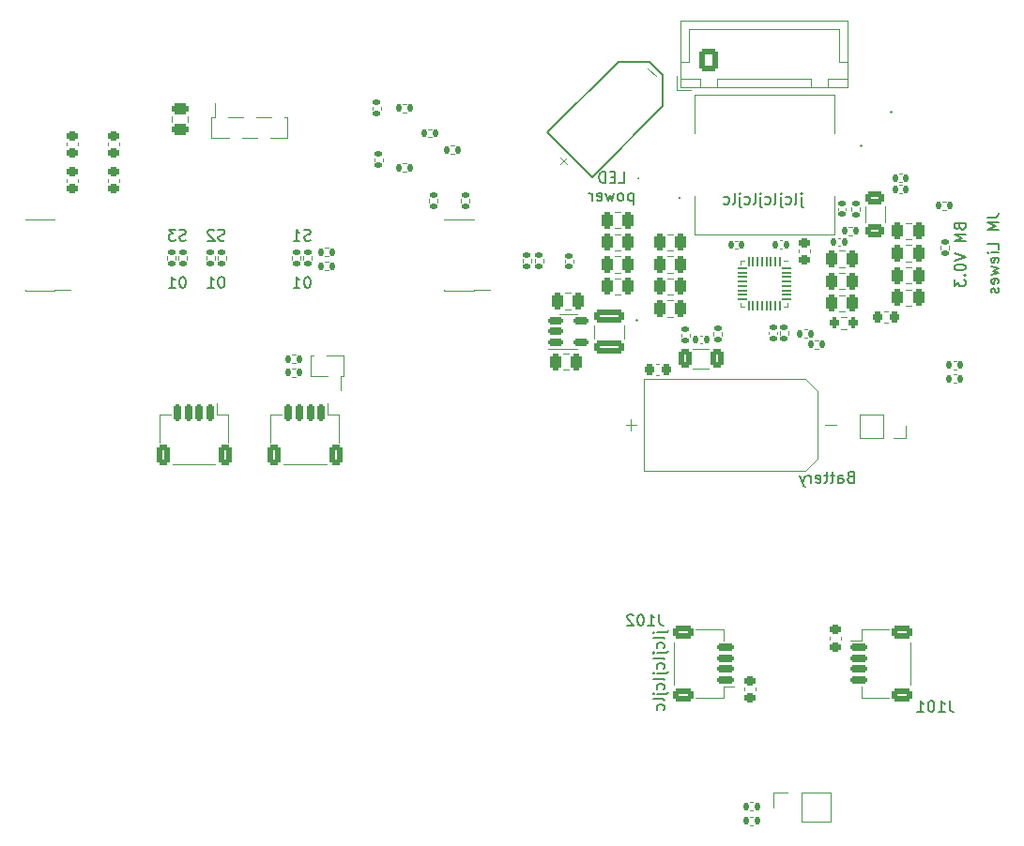
<source format=gbo>
%TF.GenerationSoftware,KiCad,Pcbnew,(6.0.9)*%
%TF.CreationDate,2023-02-02T11:23:03+01:00*%
%TF.ProjectId,Stencil,5374656e-6369-46c2-9e6b-696361645f70,rev?*%
%TF.SameCoordinates,Original*%
%TF.FileFunction,Legend,Bot*%
%TF.FilePolarity,Positive*%
%FSLAX46Y46*%
G04 Gerber Fmt 4.6, Leading zero omitted, Abs format (unit mm)*
G04 Created by KiCad (PCBNEW (6.0.9)) date 2023-02-02 11:23:03*
%MOMM*%
%LPD*%
G01*
G04 APERTURE LIST*
G04 Aperture macros list*
%AMRoundRect*
0 Rectangle with rounded corners*
0 $1 Rounding radius*
0 $2 $3 $4 $5 $6 $7 $8 $9 X,Y pos of 4 corners*
0 Add a 4 corners polygon primitive as box body*
4,1,4,$2,$3,$4,$5,$6,$7,$8,$9,$2,$3,0*
0 Add four circle primitives for the rounded corners*
1,1,$1+$1,$2,$3*
1,1,$1+$1,$4,$5*
1,1,$1+$1,$6,$7*
1,1,$1+$1,$8,$9*
0 Add four rect primitives between the rounded corners*
20,1,$1+$1,$2,$3,$4,$5,0*
20,1,$1+$1,$4,$5,$6,$7,0*
20,1,$1+$1,$6,$7,$8,$9,0*
20,1,$1+$1,$8,$9,$2,$3,0*%
G04 Aperture macros list end*
%ADD10C,0.160000*%
%ADD11C,0.150000*%
%ADD12C,0.120000*%
%ADD13C,0.200000*%
%ADD14C,2.200000*%
%ADD15C,0.600000*%
%ADD16C,4.000000*%
%ADD17O,1.100000X2.200000*%
%ADD18R,1.000000X1.000000*%
%ADD19O,1.000000X1.000000*%
%ADD20R,0.850000X0.850000*%
%ADD21O,0.850000X0.850000*%
%ADD22C,0.520000*%
%ADD23RoundRect,0.135000X-0.135000X-0.185000X0.135000X-0.185000X0.135000X0.185000X-0.135000X0.185000X0*%
%ADD24RoundRect,0.250000X0.475000X-0.250000X0.475000X0.250000X-0.475000X0.250000X-0.475000X-0.250000X0*%
%ADD25RoundRect,0.225000X0.250000X-0.225000X0.250000X0.225000X-0.250000X0.225000X-0.250000X-0.225000X0*%
%ADD26RoundRect,0.250000X0.250000X0.475000X-0.250000X0.475000X-0.250000X-0.475000X0.250000X-0.475000X0*%
%ADD27RoundRect,0.150000X0.150000X0.625000X-0.150000X0.625000X-0.150000X-0.625000X0.150000X-0.625000X0*%
%ADD28RoundRect,0.250000X0.350000X0.650000X-0.350000X0.650000X-0.350000X-0.650000X0.350000X-0.650000X0*%
%ADD29RoundRect,0.135000X-0.185000X0.135000X-0.185000X-0.135000X0.185000X-0.135000X0.185000X0.135000X0*%
%ADD30RoundRect,0.250000X-0.250000X-0.475000X0.250000X-0.475000X0.250000X0.475000X-0.250000X0.475000X0*%
%ADD31RoundRect,0.140000X0.170000X-0.140000X0.170000X0.140000X-0.170000X0.140000X-0.170000X-0.140000X0*%
%ADD32R,2.100000X0.750000*%
%ADD33R,0.300000X0.400000*%
%ADD34R,0.430000X0.380000*%
%ADD35R,1.980000X2.450000*%
%ADD36R,0.500000X0.350000*%
%ADD37RoundRect,0.135000X0.185000X-0.135000X0.185000X0.135000X-0.185000X0.135000X-0.185000X-0.135000X0*%
%ADD38RoundRect,0.225000X-0.250000X0.225000X-0.250000X-0.225000X0.250000X-0.225000X0.250000X0.225000X0*%
%ADD39RoundRect,0.250000X-0.600000X-0.725000X0.600000X-0.725000X0.600000X0.725000X-0.600000X0.725000X0*%
%ADD40O,1.700000X1.950000*%
%ADD41RoundRect,0.140000X-0.170000X0.140000X-0.170000X-0.140000X0.170000X-0.140000X0.170000X0.140000X0*%
%ADD42RoundRect,0.218750X0.218750X0.256250X-0.218750X0.256250X-0.218750X-0.256250X0.218750X-0.256250X0*%
%ADD43RoundRect,0.135000X0.135000X0.185000X-0.135000X0.185000X-0.135000X-0.185000X0.135000X-0.185000X0*%
%ADD44RoundRect,0.200000X0.200000X0.275000X-0.200000X0.275000X-0.200000X-0.275000X0.200000X-0.275000X0*%
%ADD45RoundRect,0.150000X-0.625000X0.150000X-0.625000X-0.150000X0.625000X-0.150000X0.625000X0.150000X0*%
%ADD46RoundRect,0.250000X-0.650000X0.350000X-0.650000X-0.350000X0.650000X-0.350000X0.650000X0.350000X0*%
%ADD47RoundRect,0.150000X-0.512500X-0.150000X0.512500X-0.150000X0.512500X0.150000X-0.512500X0.150000X0*%
%ADD48R,1.700000X1.700000*%
%ADD49O,1.700000X1.700000*%
%ADD50RoundRect,0.250000X-0.312500X-0.625000X0.312500X-0.625000X0.312500X0.625000X-0.312500X0.625000X0*%
%ADD51RoundRect,0.140000X0.140000X0.170000X-0.140000X0.170000X-0.140000X-0.170000X0.140000X-0.170000X0*%
%ADD52R,1.350000X1.350000*%
%ADD53O,1.350000X1.350000*%
%ADD54RoundRect,0.250000X1.075000X-0.375000X1.075000X0.375000X-1.075000X0.375000X-1.075000X-0.375000X0*%
%ADD55RoundRect,0.150000X0.625000X-0.150000X0.625000X0.150000X-0.625000X0.150000X-0.625000X-0.150000X0*%
%ADD56RoundRect,0.250000X0.650000X-0.350000X0.650000X0.350000X-0.650000X0.350000X-0.650000X-0.350000X0*%
%ADD57RoundRect,0.225000X0.225000X0.250000X-0.225000X0.250000X-0.225000X-0.250000X0.225000X-0.250000X0*%
%ADD58R,0.650000X1.800000*%
%ADD59RoundRect,0.140000X-0.140000X-0.170000X0.140000X-0.170000X0.140000X0.170000X-0.140000X0.170000X0*%
%ADD60RoundRect,0.250000X0.625000X-0.312500X0.625000X0.312500X-0.625000X0.312500X-0.625000X-0.312500X0*%
%ADD61R,3.250000X5.000000*%
%ADD62C,6.500000*%
%ADD63R,6.300000X6.000000*%
%ADD64RoundRect,0.050000X0.337500X0.050000X-0.337500X0.050000X-0.337500X-0.050000X0.337500X-0.050000X0*%
%ADD65RoundRect,0.050000X0.050000X0.337500X-0.050000X0.337500X-0.050000X-0.337500X0.050000X-0.337500X0*%
%ADD66R,2.800000X2.800000*%
%ADD67R,0.380000X0.430000*%
%ADD68R,0.400000X0.300000*%
%ADD69R,2.450000X1.980000*%
%ADD70R,0.350000X0.500000*%
G04 APERTURE END LIST*
D10*
X139580838Y-82960851D02*
X139485600Y-82960851D01*
X139390362Y-83008471D01*
X139342743Y-83056090D01*
X139295124Y-83151328D01*
X139247505Y-83341804D01*
X139247505Y-83579899D01*
X139295124Y-83770375D01*
X139342743Y-83865613D01*
X139390362Y-83913232D01*
X139485600Y-83960851D01*
X139580838Y-83960851D01*
X139676076Y-83913232D01*
X139723695Y-83865613D01*
X139771314Y-83770375D01*
X139818933Y-83579899D01*
X139818933Y-83341804D01*
X139771314Y-83151328D01*
X139723695Y-83056090D01*
X139676076Y-83008471D01*
X139580838Y-82960851D01*
X138295124Y-83960851D02*
X138866552Y-83960851D01*
X138580838Y-83960851D02*
X138580838Y-82960851D01*
X138676076Y-83103709D01*
X138771314Y-83198947D01*
X138866552Y-83246566D01*
X128330838Y-82960851D02*
X128235600Y-82960851D01*
X128140362Y-83008471D01*
X128092743Y-83056090D01*
X128045124Y-83151328D01*
X127997505Y-83341804D01*
X127997505Y-83579899D01*
X128045124Y-83770375D01*
X128092743Y-83865613D01*
X128140362Y-83913232D01*
X128235600Y-83960851D01*
X128330838Y-83960851D01*
X128426076Y-83913232D01*
X128473695Y-83865613D01*
X128521314Y-83770375D01*
X128568933Y-83579899D01*
X128568933Y-83341804D01*
X128521314Y-83151328D01*
X128473695Y-83056090D01*
X128426076Y-83008471D01*
X128330838Y-82960851D01*
X127045124Y-83960851D02*
X127616552Y-83960851D01*
X127330838Y-83960851D02*
X127330838Y-82960851D01*
X127426076Y-83103709D01*
X127521314Y-83198947D01*
X127616552Y-83246566D01*
D11*
X171058607Y-115056702D02*
X171915750Y-115056702D01*
X172010988Y-115009083D01*
X172058607Y-114913845D01*
X172058607Y-114866226D01*
X170725273Y-115056702D02*
X170772893Y-115009083D01*
X170820512Y-115056702D01*
X170772893Y-115104321D01*
X170725273Y-115056702D01*
X170820512Y-115056702D01*
X171725273Y-115675750D02*
X171677654Y-115580512D01*
X171582416Y-115532893D01*
X170725273Y-115532893D01*
X171677654Y-116485273D02*
X171725273Y-116390035D01*
X171725273Y-116199559D01*
X171677654Y-116104321D01*
X171630035Y-116056702D01*
X171534797Y-116009083D01*
X171249083Y-116009083D01*
X171153845Y-116056702D01*
X171106226Y-116104321D01*
X171058607Y-116199559D01*
X171058607Y-116390035D01*
X171106226Y-116485273D01*
X171058607Y-116913845D02*
X171915750Y-116913845D01*
X172010988Y-116866226D01*
X172058607Y-116770988D01*
X172058607Y-116723369D01*
X170725273Y-116913845D02*
X170772893Y-116866226D01*
X170820512Y-116913845D01*
X170772893Y-116961464D01*
X170725273Y-116913845D01*
X170820512Y-116913845D01*
X171725273Y-117532893D02*
X171677654Y-117437654D01*
X171582416Y-117390035D01*
X170725273Y-117390035D01*
X171677654Y-118342416D02*
X171725273Y-118247178D01*
X171725273Y-118056702D01*
X171677654Y-117961464D01*
X171630035Y-117913845D01*
X171534797Y-117866226D01*
X171249083Y-117866226D01*
X171153845Y-117913845D01*
X171106226Y-117961464D01*
X171058607Y-118056702D01*
X171058607Y-118247178D01*
X171106226Y-118342416D01*
X171058607Y-118770988D02*
X171915750Y-118770988D01*
X172010988Y-118723369D01*
X172058607Y-118628131D01*
X172058607Y-118580512D01*
X170725273Y-118770988D02*
X170772893Y-118723369D01*
X170820512Y-118770988D01*
X170772893Y-118818607D01*
X170725273Y-118770988D01*
X170820512Y-118770988D01*
X171725273Y-119390035D02*
X171677654Y-119294797D01*
X171582416Y-119247178D01*
X170725273Y-119247178D01*
X171677654Y-120199559D02*
X171725273Y-120104321D01*
X171725273Y-119913845D01*
X171677654Y-119818607D01*
X171630035Y-119770988D01*
X171534797Y-119723369D01*
X171249083Y-119723369D01*
X171153845Y-119770988D01*
X171106226Y-119818607D01*
X171058607Y-119913845D01*
X171058607Y-120104321D01*
X171106226Y-120199559D01*
X171058607Y-120628131D02*
X171915750Y-120628131D01*
X172010988Y-120580512D01*
X172058607Y-120485273D01*
X172058607Y-120437654D01*
X170725273Y-120628131D02*
X170772893Y-120580512D01*
X170820512Y-120628131D01*
X170772893Y-120675750D01*
X170725273Y-120628131D01*
X170820512Y-120628131D01*
X171725273Y-121247178D02*
X171677654Y-121151940D01*
X171582416Y-121104321D01*
X170725273Y-121104321D01*
X171677654Y-122056702D02*
X171725273Y-121961464D01*
X171725273Y-121770988D01*
X171677654Y-121675750D01*
X171630035Y-121628131D01*
X171534797Y-121580512D01*
X171249083Y-121580512D01*
X171153845Y-121628131D01*
X171106226Y-121675750D01*
X171058607Y-121770988D01*
X171058607Y-121961464D01*
X171106226Y-122056702D01*
D10*
X128568933Y-79663232D02*
X128426076Y-79710851D01*
X128187981Y-79710851D01*
X128092743Y-79663232D01*
X128045124Y-79615613D01*
X127997505Y-79520375D01*
X127997505Y-79425137D01*
X128045124Y-79329899D01*
X128092743Y-79282280D01*
X128187981Y-79234661D01*
X128378457Y-79187042D01*
X128473695Y-79139423D01*
X128521314Y-79091804D01*
X128568933Y-78996566D01*
X128568933Y-78901328D01*
X128521314Y-78806090D01*
X128473695Y-78758471D01*
X128378457Y-78710851D01*
X128140362Y-78710851D01*
X127997505Y-78758471D01*
X127664171Y-78710851D02*
X127045124Y-78710851D01*
X127378457Y-79091804D01*
X127235600Y-79091804D01*
X127140362Y-79139423D01*
X127092743Y-79187042D01*
X127045124Y-79282280D01*
X127045124Y-79520375D01*
X127092743Y-79615613D01*
X127140362Y-79663232D01*
X127235600Y-79710851D01*
X127521314Y-79710851D01*
X127616552Y-79663232D01*
X127664171Y-79615613D01*
X188521428Y-101028571D02*
X188378571Y-101076190D01*
X188330952Y-101123809D01*
X188283333Y-101219047D01*
X188283333Y-101361904D01*
X188330952Y-101457142D01*
X188378571Y-101504761D01*
X188473809Y-101552380D01*
X188854761Y-101552380D01*
X188854761Y-100552380D01*
X188521428Y-100552380D01*
X188426190Y-100600000D01*
X188378571Y-100647619D01*
X188330952Y-100742857D01*
X188330952Y-100838095D01*
X188378571Y-100933333D01*
X188426190Y-100980952D01*
X188521428Y-101028571D01*
X188854761Y-101028571D01*
X187426190Y-101552380D02*
X187426190Y-101028571D01*
X187473809Y-100933333D01*
X187569047Y-100885714D01*
X187759523Y-100885714D01*
X187854761Y-100933333D01*
X187426190Y-101504761D02*
X187521428Y-101552380D01*
X187759523Y-101552380D01*
X187854761Y-101504761D01*
X187902380Y-101409523D01*
X187902380Y-101314285D01*
X187854761Y-101219047D01*
X187759523Y-101171428D01*
X187521428Y-101171428D01*
X187426190Y-101123809D01*
X187092857Y-100885714D02*
X186711904Y-100885714D01*
X186950000Y-100552380D02*
X186950000Y-101409523D01*
X186902380Y-101504761D01*
X186807142Y-101552380D01*
X186711904Y-101552380D01*
X186521428Y-100885714D02*
X186140476Y-100885714D01*
X186378571Y-100552380D02*
X186378571Y-101409523D01*
X186330952Y-101504761D01*
X186235714Y-101552380D01*
X186140476Y-101552380D01*
X185426190Y-101504761D02*
X185521428Y-101552380D01*
X185711904Y-101552380D01*
X185807142Y-101504761D01*
X185854761Y-101409523D01*
X185854761Y-101028571D01*
X185807142Y-100933333D01*
X185711904Y-100885714D01*
X185521428Y-100885714D01*
X185426190Y-100933333D01*
X185378571Y-101028571D01*
X185378571Y-101123809D01*
X185854761Y-101219047D01*
X184950000Y-101552380D02*
X184950000Y-100885714D01*
X184950000Y-101076190D02*
X184902380Y-100980952D01*
X184854761Y-100933333D01*
X184759523Y-100885714D01*
X184664285Y-100885714D01*
X184426190Y-100885714D02*
X184188095Y-101552380D01*
X183950000Y-100885714D02*
X184188095Y-101552380D01*
X184283333Y-101790476D01*
X184330952Y-101838095D01*
X184426190Y-101885714D01*
X200902380Y-77611904D02*
X201616666Y-77611904D01*
X201759523Y-77564285D01*
X201854761Y-77469047D01*
X201902380Y-77326190D01*
X201902380Y-77230952D01*
X201902380Y-78088095D02*
X200902380Y-78088095D01*
X201616666Y-78421428D01*
X200902380Y-78754761D01*
X201902380Y-78754761D01*
X201902380Y-80469047D02*
X201902380Y-79992857D01*
X200902380Y-79992857D01*
X201902380Y-80802380D02*
X201235714Y-80802380D01*
X200902380Y-80802380D02*
X200950000Y-80754761D01*
X200997619Y-80802380D01*
X200950000Y-80850000D01*
X200902380Y-80802380D01*
X200997619Y-80802380D01*
X201854761Y-81659523D02*
X201902380Y-81564285D01*
X201902380Y-81373809D01*
X201854761Y-81278571D01*
X201759523Y-81230952D01*
X201378571Y-81230952D01*
X201283333Y-81278571D01*
X201235714Y-81373809D01*
X201235714Y-81564285D01*
X201283333Y-81659523D01*
X201378571Y-81707142D01*
X201473809Y-81707142D01*
X201569047Y-81230952D01*
X201235714Y-82040476D02*
X201902380Y-82230952D01*
X201426190Y-82421428D01*
X201902380Y-82611904D01*
X201235714Y-82802380D01*
X201854761Y-83564285D02*
X201902380Y-83469047D01*
X201902380Y-83278571D01*
X201854761Y-83183333D01*
X201759523Y-83135714D01*
X201378571Y-83135714D01*
X201283333Y-83183333D01*
X201235714Y-83278571D01*
X201235714Y-83469047D01*
X201283333Y-83564285D01*
X201378571Y-83611904D01*
X201473809Y-83611904D01*
X201569047Y-83135714D01*
X201854761Y-83992857D02*
X201902380Y-84088095D01*
X201902380Y-84278571D01*
X201854761Y-84373809D01*
X201759523Y-84421428D01*
X201711904Y-84421428D01*
X201616666Y-84373809D01*
X201569047Y-84278571D01*
X201569047Y-84135714D01*
X201521428Y-84040476D01*
X201426190Y-83992857D01*
X201378571Y-83992857D01*
X201283333Y-84040476D01*
X201235714Y-84135714D01*
X201235714Y-84278571D01*
X201283333Y-84373809D01*
X184126190Y-75735714D02*
X184126190Y-76592857D01*
X184173809Y-76688095D01*
X184269047Y-76735714D01*
X184316666Y-76735714D01*
X184126190Y-75402380D02*
X184173809Y-75450000D01*
X184126190Y-75497619D01*
X184078571Y-75450000D01*
X184126190Y-75402380D01*
X184126190Y-75497619D01*
X183507142Y-76402380D02*
X183602380Y-76354761D01*
X183650000Y-76259523D01*
X183650000Y-75402380D01*
X182697619Y-76354761D02*
X182792857Y-76402380D01*
X182983333Y-76402380D01*
X183078571Y-76354761D01*
X183126190Y-76307142D01*
X183173809Y-76211904D01*
X183173809Y-75926190D01*
X183126190Y-75830952D01*
X183078571Y-75783333D01*
X182983333Y-75735714D01*
X182792857Y-75735714D01*
X182697619Y-75783333D01*
X182269047Y-75735714D02*
X182269047Y-76592857D01*
X182316666Y-76688095D01*
X182411904Y-76735714D01*
X182459523Y-76735714D01*
X182269047Y-75402380D02*
X182316666Y-75450000D01*
X182269047Y-75497619D01*
X182221428Y-75450000D01*
X182269047Y-75402380D01*
X182269047Y-75497619D01*
X181650000Y-76402380D02*
X181745238Y-76354761D01*
X181792857Y-76259523D01*
X181792857Y-75402380D01*
X180840476Y-76354761D02*
X180935714Y-76402380D01*
X181126190Y-76402380D01*
X181221428Y-76354761D01*
X181269047Y-76307142D01*
X181316666Y-76211904D01*
X181316666Y-75926190D01*
X181269047Y-75830952D01*
X181221428Y-75783333D01*
X181126190Y-75735714D01*
X180935714Y-75735714D01*
X180840476Y-75783333D01*
X180411904Y-75735714D02*
X180411904Y-76592857D01*
X180459523Y-76688095D01*
X180554761Y-76735714D01*
X180602380Y-76735714D01*
X180411904Y-75402380D02*
X180459523Y-75450000D01*
X180411904Y-75497619D01*
X180364285Y-75450000D01*
X180411904Y-75402380D01*
X180411904Y-75497619D01*
X179792857Y-76402380D02*
X179888095Y-76354761D01*
X179935714Y-76259523D01*
X179935714Y-75402380D01*
X178983333Y-76354761D02*
X179078571Y-76402380D01*
X179269047Y-76402380D01*
X179364285Y-76354761D01*
X179411904Y-76307142D01*
X179459523Y-76211904D01*
X179459523Y-75926190D01*
X179411904Y-75830952D01*
X179364285Y-75783333D01*
X179269047Y-75735714D01*
X179078571Y-75735714D01*
X178983333Y-75783333D01*
X178554761Y-75735714D02*
X178554761Y-76592857D01*
X178602380Y-76688095D01*
X178697619Y-76735714D01*
X178745238Y-76735714D01*
X178554761Y-75402380D02*
X178602380Y-75450000D01*
X178554761Y-75497619D01*
X178507142Y-75450000D01*
X178554761Y-75402380D01*
X178554761Y-75497619D01*
X177935714Y-76402380D02*
X178030952Y-76354761D01*
X178078571Y-76259523D01*
X178078571Y-75402380D01*
X177126190Y-76354761D02*
X177221428Y-76402380D01*
X177411904Y-76402380D01*
X177507142Y-76354761D01*
X177554761Y-76307142D01*
X177602380Y-76211904D01*
X177602380Y-75926190D01*
X177554761Y-75830952D01*
X177507142Y-75783333D01*
X177411904Y-75735714D01*
X177221428Y-75735714D01*
X177126190Y-75783333D01*
X131830838Y-82960851D02*
X131735600Y-82960851D01*
X131640362Y-83008471D01*
X131592743Y-83056090D01*
X131545124Y-83151328D01*
X131497505Y-83341804D01*
X131497505Y-83579899D01*
X131545124Y-83770375D01*
X131592743Y-83865613D01*
X131640362Y-83913232D01*
X131735600Y-83960851D01*
X131830838Y-83960851D01*
X131926076Y-83913232D01*
X131973695Y-83865613D01*
X132021314Y-83770375D01*
X132068933Y-83579899D01*
X132068933Y-83341804D01*
X132021314Y-83151328D01*
X131973695Y-83056090D01*
X131926076Y-83008471D01*
X131830838Y-82960851D01*
X130545124Y-83960851D02*
X131116552Y-83960851D01*
X130830838Y-83960851D02*
X130830838Y-82960851D01*
X130926076Y-83103709D01*
X131021314Y-83198947D01*
X131116552Y-83246566D01*
X139818933Y-79663232D02*
X139676076Y-79710851D01*
X139437981Y-79710851D01*
X139342743Y-79663232D01*
X139295124Y-79615613D01*
X139247505Y-79520375D01*
X139247505Y-79425137D01*
X139295124Y-79329899D01*
X139342743Y-79282280D01*
X139437981Y-79234661D01*
X139628457Y-79187042D01*
X139723695Y-79139423D01*
X139771314Y-79091804D01*
X139818933Y-78996566D01*
X139818933Y-78901328D01*
X139771314Y-78806090D01*
X139723695Y-78758471D01*
X139628457Y-78710851D01*
X139390362Y-78710851D01*
X139247505Y-78758471D01*
X138295124Y-79710851D02*
X138866552Y-79710851D01*
X138580838Y-79710851D02*
X138580838Y-78710851D01*
X138676076Y-78853709D01*
X138771314Y-78948947D01*
X138866552Y-78996566D01*
X167642857Y-74497380D02*
X168119047Y-74497380D01*
X168119047Y-73497380D01*
X167309523Y-73973571D02*
X166976190Y-73973571D01*
X166833333Y-74497380D02*
X167309523Y-74497380D01*
X167309523Y-73497380D01*
X166833333Y-73497380D01*
X166404761Y-74497380D02*
X166404761Y-73497380D01*
X166166666Y-73497380D01*
X166023809Y-73545000D01*
X165928571Y-73640238D01*
X165880952Y-73735476D01*
X165833333Y-73925952D01*
X165833333Y-74068809D01*
X165880952Y-74259285D01*
X165928571Y-74354523D01*
X166023809Y-74449761D01*
X166166666Y-74497380D01*
X166404761Y-74497380D01*
X168928571Y-75440714D02*
X168928571Y-76440714D01*
X168928571Y-75488333D02*
X168833333Y-75440714D01*
X168642857Y-75440714D01*
X168547619Y-75488333D01*
X168500000Y-75535952D01*
X168452380Y-75631190D01*
X168452380Y-75916904D01*
X168500000Y-76012142D01*
X168547619Y-76059761D01*
X168642857Y-76107380D01*
X168833333Y-76107380D01*
X168928571Y-76059761D01*
X167880952Y-76107380D02*
X167976190Y-76059761D01*
X168023809Y-76012142D01*
X168071428Y-75916904D01*
X168071428Y-75631190D01*
X168023809Y-75535952D01*
X167976190Y-75488333D01*
X167880952Y-75440714D01*
X167738095Y-75440714D01*
X167642857Y-75488333D01*
X167595238Y-75535952D01*
X167547619Y-75631190D01*
X167547619Y-75916904D01*
X167595238Y-76012142D01*
X167642857Y-76059761D01*
X167738095Y-76107380D01*
X167880952Y-76107380D01*
X167214285Y-75440714D02*
X167023809Y-76107380D01*
X166833333Y-75631190D01*
X166642857Y-76107380D01*
X166452380Y-75440714D01*
X165690476Y-76059761D02*
X165785714Y-76107380D01*
X165976190Y-76107380D01*
X166071428Y-76059761D01*
X166119047Y-75964523D01*
X166119047Y-75583571D01*
X166071428Y-75488333D01*
X165976190Y-75440714D01*
X165785714Y-75440714D01*
X165690476Y-75488333D01*
X165642857Y-75583571D01*
X165642857Y-75678809D01*
X166119047Y-75774047D01*
X165214285Y-76107380D02*
X165214285Y-75440714D01*
X165214285Y-75631190D02*
X165166666Y-75535952D01*
X165119047Y-75488333D01*
X165023809Y-75440714D01*
X164928571Y-75440714D01*
X198378571Y-78450000D02*
X198426190Y-78592857D01*
X198473809Y-78640476D01*
X198569047Y-78688095D01*
X198711904Y-78688095D01*
X198807142Y-78640476D01*
X198854761Y-78592857D01*
X198902380Y-78497619D01*
X198902380Y-78116666D01*
X197902380Y-78116666D01*
X197902380Y-78450000D01*
X197950000Y-78545238D01*
X197997619Y-78592857D01*
X198092857Y-78640476D01*
X198188095Y-78640476D01*
X198283333Y-78592857D01*
X198330952Y-78545238D01*
X198378571Y-78450000D01*
X198378571Y-78116666D01*
X198902380Y-79116666D02*
X197902380Y-79116666D01*
X198616666Y-79450000D01*
X197902380Y-79783333D01*
X198902380Y-79783333D01*
X197902380Y-80878571D02*
X198902380Y-81211904D01*
X197902380Y-81545238D01*
X197902380Y-82069047D02*
X197902380Y-82164285D01*
X197950000Y-82259523D01*
X197997619Y-82307142D01*
X198092857Y-82354761D01*
X198283333Y-82402380D01*
X198521428Y-82402380D01*
X198711904Y-82354761D01*
X198807142Y-82307142D01*
X198854761Y-82259523D01*
X198902380Y-82164285D01*
X198902380Y-82069047D01*
X198854761Y-81973809D01*
X198807142Y-81926190D01*
X198711904Y-81878571D01*
X198521428Y-81830952D01*
X198283333Y-81830952D01*
X198092857Y-81878571D01*
X197997619Y-81926190D01*
X197950000Y-81973809D01*
X197902380Y-82069047D01*
X198807142Y-82830952D02*
X198854761Y-82878571D01*
X198902380Y-82830952D01*
X198854761Y-82783333D01*
X198807142Y-82830952D01*
X198902380Y-82830952D01*
X197902380Y-83211904D02*
X197902380Y-83830952D01*
X198283333Y-83497619D01*
X198283333Y-83640476D01*
X198330952Y-83735714D01*
X198378571Y-83783333D01*
X198473809Y-83830952D01*
X198711904Y-83830952D01*
X198807142Y-83783333D01*
X198854761Y-83735714D01*
X198902380Y-83640476D01*
X198902380Y-83354761D01*
X198854761Y-83259523D01*
X198807142Y-83211904D01*
X132068933Y-79663232D02*
X131926076Y-79710851D01*
X131687981Y-79710851D01*
X131592743Y-79663232D01*
X131545124Y-79615613D01*
X131497505Y-79520375D01*
X131497505Y-79425137D01*
X131545124Y-79329899D01*
X131592743Y-79282280D01*
X131687981Y-79234661D01*
X131878457Y-79187042D01*
X131973695Y-79139423D01*
X132021314Y-79091804D01*
X132068933Y-78996566D01*
X132068933Y-78901328D01*
X132021314Y-78806090D01*
X131973695Y-78758471D01*
X131878457Y-78710851D01*
X131640362Y-78710851D01*
X131497505Y-78758471D01*
X131116552Y-78806090D02*
X131068933Y-78758471D01*
X130973695Y-78710851D01*
X130735600Y-78710851D01*
X130640362Y-78758471D01*
X130592743Y-78806090D01*
X130545124Y-78901328D01*
X130545124Y-78996566D01*
X130592743Y-79139423D01*
X131164171Y-79710851D01*
X130545124Y-79710851D01*
D11*
%TO.C,J101*%
X197478607Y-121245273D02*
X197478607Y-121959559D01*
X197526226Y-122102416D01*
X197621464Y-122197654D01*
X197764321Y-122245273D01*
X197859559Y-122245273D01*
X196478607Y-122245273D02*
X197050035Y-122245273D01*
X196764321Y-122245273D02*
X196764321Y-121245273D01*
X196859559Y-121388131D01*
X196954797Y-121483369D01*
X197050035Y-121530988D01*
X195859559Y-121245273D02*
X195764321Y-121245273D01*
X195669083Y-121292893D01*
X195621464Y-121340512D01*
X195573845Y-121435750D01*
X195526226Y-121626226D01*
X195526226Y-121864321D01*
X195573845Y-122054797D01*
X195621464Y-122150035D01*
X195669083Y-122197654D01*
X195764321Y-122245273D01*
X195859559Y-122245273D01*
X195954797Y-122197654D01*
X196002416Y-122150035D01*
X196050035Y-122054797D01*
X196097654Y-121864321D01*
X196097654Y-121626226D01*
X196050035Y-121435750D01*
X196002416Y-121340512D01*
X195954797Y-121292893D01*
X195859559Y-121245273D01*
X194573845Y-122245273D02*
X195145273Y-122245273D01*
X194859559Y-122245273D02*
X194859559Y-121245273D01*
X194954797Y-121388131D01*
X195050035Y-121483369D01*
X195145273Y-121530988D01*
%TO.C,J102*%
X171278607Y-113445273D02*
X171278607Y-114159559D01*
X171326226Y-114302416D01*
X171421464Y-114397654D01*
X171564321Y-114445273D01*
X171659559Y-114445273D01*
X170278607Y-114445273D02*
X170850035Y-114445273D01*
X170564321Y-114445273D02*
X170564321Y-113445273D01*
X170659559Y-113588131D01*
X170754797Y-113683369D01*
X170850035Y-113730988D01*
X169659559Y-113445273D02*
X169564321Y-113445273D01*
X169469083Y-113492893D01*
X169421464Y-113540512D01*
X169373845Y-113635750D01*
X169326226Y-113826226D01*
X169326226Y-114064321D01*
X169373845Y-114254797D01*
X169421464Y-114350035D01*
X169469083Y-114397654D01*
X169564321Y-114445273D01*
X169659559Y-114445273D01*
X169754797Y-114397654D01*
X169802416Y-114350035D01*
X169850035Y-114254797D01*
X169897654Y-114064321D01*
X169897654Y-113826226D01*
X169850035Y-113635750D01*
X169802416Y-113540512D01*
X169754797Y-113492893D01*
X169659559Y-113445273D01*
X168945273Y-113540512D02*
X168897654Y-113492893D01*
X168802416Y-113445273D01*
X168564321Y-113445273D01*
X168469083Y-113492893D01*
X168421464Y-113540512D01*
X168373845Y-113635750D01*
X168373845Y-113730988D01*
X168421464Y-113873845D01*
X168992893Y-114445273D01*
X168373845Y-114445273D01*
D12*
%TO.C,R304*%
X138153388Y-90028471D02*
X138460670Y-90028471D01*
X138153388Y-90788471D02*
X138460670Y-90788471D01*
%TO.C,C301*%
X127322029Y-69019723D02*
X127322029Y-68497219D01*
X128792029Y-69019723D02*
X128792029Y-68497219D01*
%TO.C,C404*%
X122567029Y-71149051D02*
X122567029Y-70867891D01*
X121547029Y-71149051D02*
X121547029Y-70867891D01*
%TO.C,C320*%
X172511252Y-83115000D02*
X171988748Y-83115000D01*
X172511252Y-84585000D02*
X171988748Y-84585000D01*
%TO.C,J207*%
X142417029Y-95423471D02*
X141367029Y-95423471D01*
X142417029Y-97923471D02*
X142417029Y-95423471D01*
X136197029Y-95423471D02*
X137247029Y-95423471D01*
X136197029Y-97923471D02*
X136197029Y-95423471D01*
X141247029Y-99893471D02*
X137367029Y-99893471D01*
X141367029Y-95423471D02*
X141367029Y-94433471D01*
%TO.C,R306*%
X176170000Y-87996359D02*
X176170000Y-88303641D01*
X176930000Y-87996359D02*
X176930000Y-88303641D01*
%TO.C,C304*%
X193488748Y-85585000D02*
X194011252Y-85585000D01*
X193488748Y-84115000D02*
X194011252Y-84115000D01*
%TO.C,C319*%
X172511252Y-82585000D02*
X171988748Y-82585000D01*
X172511252Y-81115000D02*
X171988748Y-81115000D01*
%TO.C,C309*%
X187390000Y-76957836D02*
X187390000Y-76742164D01*
X188110000Y-76957836D02*
X188110000Y-76742164D01*
%TO.C,R303*%
X138153388Y-91228471D02*
X138460670Y-91228471D01*
X138153388Y-91988471D02*
X138460670Y-91988471D01*
%TO.C,J203*%
X114077029Y-84243471D02*
X114077029Y-84183471D01*
X116737029Y-84243471D02*
X116737029Y-84183471D01*
X114077029Y-84243471D02*
X116737029Y-84243471D01*
X114077029Y-77833471D02*
X114077029Y-77773471D01*
X116737029Y-77833471D02*
X116737029Y-77773471D01*
X114077029Y-77773471D02*
X116737029Y-77773471D01*
X116737029Y-84183471D02*
X118197029Y-84183471D01*
%TO.C,Q304*%
X173170711Y-75850000D02*
G75*
G03*
X173170711Y-75850000I-70711J0D01*
G01*
%TO.C,R318*%
X182170000Y-88203641D02*
X182170000Y-87896359D01*
X182930000Y-88203641D02*
X182930000Y-87896359D01*
%TO.C,C101*%
X178982893Y-120052313D02*
X178982893Y-120333473D01*
X180002893Y-120052313D02*
X180002893Y-120333473D01*
%TO.C,J208*%
X187550000Y-60625000D02*
X180750000Y-60625000D01*
X176500000Y-65075000D02*
X185000000Y-65075000D01*
X172900000Y-66125000D02*
X172900000Y-64875000D01*
X185000000Y-65825000D02*
X176500000Y-65825000D01*
X187550000Y-63575000D02*
X187550000Y-60625000D01*
X173200000Y-65825000D02*
X173200000Y-65075000D01*
X185000000Y-65075000D02*
X185000000Y-65825000D01*
X175000000Y-65825000D02*
X173200000Y-65825000D01*
X173200000Y-63575000D02*
X173950000Y-63575000D01*
X175000000Y-65075000D02*
X175000000Y-65825000D01*
X186500000Y-65825000D02*
X186500000Y-65075000D01*
X188310000Y-59865000D02*
X188310000Y-65835000D01*
X173190000Y-65835000D02*
X173190000Y-59865000D01*
X188300000Y-63575000D02*
X187550000Y-63575000D01*
X173950000Y-60625000D02*
X180750000Y-60625000D01*
X188300000Y-65075000D02*
X188300000Y-65825000D01*
X174150000Y-66125000D02*
X172900000Y-66125000D01*
X173190000Y-59865000D02*
X188310000Y-59865000D01*
X188310000Y-65835000D02*
X173190000Y-65835000D01*
X173950000Y-63575000D02*
X173950000Y-60625000D01*
X186500000Y-65075000D02*
X188300000Y-65075000D01*
X176500000Y-65825000D02*
X176500000Y-65075000D01*
X173200000Y-65075000D02*
X175000000Y-65075000D01*
X188300000Y-65825000D02*
X186500000Y-65825000D01*
%TO.C,R318*%
X141153388Y-81628471D02*
X141460670Y-81628471D01*
X141153388Y-82388471D02*
X141460670Y-82388471D01*
%TO.C,C317*%
X167288748Y-79115000D02*
X167811252Y-79115000D01*
X167288748Y-80585000D02*
X167811252Y-80585000D01*
%TO.C,C407*%
X163311252Y-85885000D02*
X162788748Y-85885000D01*
X163311252Y-84415000D02*
X162788748Y-84415000D01*
%TO.C,C318*%
X172511252Y-79115000D02*
X171988748Y-79115000D01*
X172511252Y-80585000D02*
X171988748Y-80585000D01*
%TO.C,R317*%
X158970000Y-81396359D02*
X158970000Y-81703641D01*
X159730000Y-81396359D02*
X159730000Y-81703641D01*
%TO.C,C332*%
X181910000Y-87942164D02*
X181910000Y-88157836D01*
X181190000Y-87942164D02*
X181190000Y-88157836D01*
%TO.C,F201*%
X191912779Y-87110000D02*
X191587221Y-87110000D01*
X191912779Y-86090000D02*
X191587221Y-86090000D01*
%TO.C,C307*%
X188011252Y-80615000D02*
X187488748Y-80615000D01*
X188011252Y-82085000D02*
X187488748Y-82085000D01*
%TO.C,R317*%
X126927029Y-81104830D02*
X126927029Y-81412112D01*
X127687029Y-81104830D02*
X127687029Y-81412112D01*
%TO.C,R305*%
X174030000Y-88096359D02*
X174030000Y-88403641D01*
X173270000Y-88096359D02*
X173270000Y-88403641D01*
%TO.C,C314*%
X167288748Y-77115000D02*
X167811252Y-77115000D01*
X167288748Y-78585000D02*
X167811252Y-78585000D01*
%TO.C,R202*%
X197796359Y-91330000D02*
X198103641Y-91330000D01*
X197796359Y-90570000D02*
X198103641Y-90570000D01*
%TO.C,R312*%
X185653641Y-88720000D02*
X185346359Y-88720000D01*
X185653641Y-89480000D02*
X185346359Y-89480000D01*
%TO.C,R307*%
X188187258Y-87672500D02*
X187712742Y-87672500D01*
X188187258Y-86627500D02*
X187712742Y-86627500D01*
%TO.C,R404*%
X154187029Y-76272112D02*
X154187029Y-75964830D01*
X153427029Y-76272112D02*
X153427029Y-75964830D01*
%TO.C,C406*%
X162588748Y-91385000D02*
X163111252Y-91385000D01*
X162588748Y-89915000D02*
X163111252Y-89915000D01*
%TO.C,Q303*%
X169470711Y-74100000D02*
G75*
G03*
X169470711Y-74100000I-70711J0D01*
G01*
%TO.C,C306*%
X188011252Y-84085000D02*
X187488748Y-84085000D01*
X188011252Y-82615000D02*
X187488748Y-82615000D01*
%TO.C,R316*%
X197430000Y-80196359D02*
X197430000Y-80503641D01*
X196670000Y-80196359D02*
X196670000Y-80503641D01*
%TO.C,J101*%
X192007893Y-121002893D02*
X189507893Y-121002893D01*
X192007893Y-114782893D02*
X189507893Y-114782893D01*
X189507893Y-115832893D02*
X188517893Y-115832893D01*
X189507893Y-121002893D02*
X189507893Y-119952893D01*
X193977893Y-115952893D02*
X193977893Y-119832893D01*
X189507893Y-114782893D02*
X189507893Y-115832893D01*
%TO.C,Q302*%
X192280711Y-68100000D02*
G75*
G03*
X192280711Y-68100000I-70711J0D01*
G01*
D13*
%TO.C,J202*%
X161178501Y-69940990D02*
X167577817Y-63541674D01*
D12*
X170971930Y-64885177D02*
X170264823Y-64178070D01*
X162946268Y-72203732D02*
X162380583Y-72769417D01*
D13*
X165209010Y-73971499D02*
X171608326Y-67572183D01*
X161178501Y-69940990D02*
X165209010Y-73971499D01*
X171608326Y-64743755D02*
X171608326Y-67572183D01*
X170406245Y-63541674D02*
X171608326Y-64743755D01*
X170406245Y-63541674D02*
X167577817Y-63541674D01*
D12*
X162380583Y-72203732D02*
X162946268Y-72769417D01*
%TO.C,C401*%
X118817029Y-74399051D02*
X118817029Y-74117891D01*
X117797029Y-74399051D02*
X117797029Y-74117891D01*
%TO.C,R102*%
X179442806Y-130416447D02*
X179750088Y-130416447D01*
X179442806Y-131176447D02*
X179750088Y-131176447D01*
%TO.C,C333*%
X162790000Y-81657836D02*
X162790000Y-81442164D01*
X163510000Y-81657836D02*
X163510000Y-81442164D01*
%TO.C,R405*%
X150527029Y-75954830D02*
X150527029Y-76262112D01*
X151287029Y-75954830D02*
X151287029Y-76262112D01*
%TO.C,R302*%
X188346359Y-79230000D02*
X188653641Y-79230000D01*
X188346359Y-78470000D02*
X188653641Y-78470000D01*
%TO.C,C316*%
X167288748Y-82585000D02*
X167811252Y-82585000D01*
X167288748Y-81115000D02*
X167811252Y-81115000D01*
%TO.C,R319*%
X141153388Y-81138471D02*
X141460670Y-81138471D01*
X141153388Y-80378471D02*
X141460670Y-80378471D01*
%TO.C,U402*%
X163100000Y-86352500D02*
X163900000Y-86352500D01*
X163100000Y-89472500D02*
X161300000Y-89472500D01*
X163100000Y-86352500D02*
X162300000Y-86352500D01*
X163100000Y-89472500D02*
X163900000Y-89472500D01*
%TO.C,J102*%
X184141447Y-129516447D02*
X186741447Y-129516447D01*
X184141447Y-132176447D02*
X186741447Y-132176447D01*
X181541447Y-129516447D02*
X181541447Y-130846447D01*
X186741447Y-129516447D02*
X186741447Y-132176447D01*
X182871447Y-129516447D02*
X181541447Y-129516447D01*
X184141447Y-129516447D02*
X184141447Y-132176447D01*
%TO.C,R304*%
X174322936Y-91260000D02*
X175777064Y-91260000D01*
X174322936Y-89440000D02*
X175777064Y-89440000D01*
%TO.C,R401*%
X152453388Y-71128471D02*
X152760670Y-71128471D01*
X152453388Y-71888471D02*
X152760670Y-71888471D01*
%TO.C,C312*%
X182357836Y-79690000D02*
X182142164Y-79690000D01*
X182357836Y-80410000D02*
X182142164Y-80410000D01*
%TO.C,R316*%
X131187029Y-81104830D02*
X131187029Y-81412112D01*
X130427029Y-81104830D02*
X130427029Y-81412112D01*
%TO.C,J209*%
X191450000Y-95390000D02*
X189390000Y-95390000D01*
X192450000Y-97510000D02*
X193510000Y-97510000D01*
X191450000Y-97510000D02*
X189390000Y-97510000D01*
X191450000Y-97510000D02*
X191450000Y-95390000D01*
X189390000Y-97510000D02*
X189390000Y-95390000D01*
X193510000Y-97510000D02*
X193510000Y-96450000D01*
%TO.C,L402*%
X168110000Y-88552064D02*
X168110000Y-87347936D01*
X165390000Y-88552064D02*
X165390000Y-87347936D01*
%TO.C,C325*%
X184860000Y-80790580D02*
X184860000Y-80509420D01*
X183840000Y-80790580D02*
X183840000Y-80509420D01*
%TO.C,R402*%
X150453388Y-69628471D02*
X150760670Y-69628471D01*
X150453388Y-70388471D02*
X150760670Y-70388471D01*
%TO.C,R101*%
X179442806Y-132476447D02*
X179750088Y-132476447D01*
X179442806Y-131716447D02*
X179750088Y-131716447D01*
%TO.C,R305*%
X139177029Y-81412112D02*
X139177029Y-81104830D01*
X139937029Y-81412112D02*
X139937029Y-81104830D01*
%TO.C,C403*%
X117797029Y-71149051D02*
X117797029Y-70867891D01*
X118817029Y-71149051D02*
X118817029Y-70867891D01*
%TO.C,R315*%
X138937029Y-81104830D02*
X138937029Y-81412112D01*
X138177029Y-81104830D02*
X138177029Y-81412112D01*
%TO.C,R201*%
X197796359Y-92530000D02*
X198103641Y-92530000D01*
X197796359Y-91770000D02*
X198103641Y-91770000D01*
%TO.C,C402*%
X122567029Y-74399051D02*
X122567029Y-74117891D01*
X121547029Y-74399051D02*
X121547029Y-74117891D01*
%TO.C,R306*%
X131427029Y-81412112D02*
X131427029Y-81104830D01*
X132187029Y-81412112D02*
X132187029Y-81104830D01*
%TO.C,C305*%
X188011252Y-86085000D02*
X187488748Y-86085000D01*
X188011252Y-84615000D02*
X187488748Y-84615000D01*
%TO.C,J102*%
X174577893Y-114782893D02*
X177077893Y-114782893D01*
X177077893Y-119952893D02*
X178067893Y-119952893D01*
X177077893Y-121002893D02*
X177077893Y-119952893D01*
X174577893Y-121002893D02*
X177077893Y-121002893D01*
X172607893Y-119832893D02*
X172607893Y-115952893D01*
X177077893Y-114782893D02*
X177077893Y-115832893D01*
%TO.C,R505*%
X196826359Y-76940000D02*
X197133641Y-76940000D01*
X196826359Y-76180000D02*
X197133641Y-76180000D01*
%TO.C,C103*%
X187702893Y-115733473D02*
X187702893Y-115452313D01*
X186682893Y-115733473D02*
X186682893Y-115452313D01*
%TO.C,C322*%
X171290580Y-90840000D02*
X171009420Y-90840000D01*
X171290580Y-91860000D02*
X171009420Y-91860000D01*
%TO.C,R411*%
X148470670Y-68138471D02*
X148163388Y-68138471D01*
X148470670Y-67378471D02*
X148163388Y-67378471D01*
%TO.C,J206*%
X132352029Y-68548471D02*
X133722029Y-68548471D01*
X137432029Y-68548471D02*
X137717029Y-68548471D01*
X134892029Y-68548471D02*
X136262029Y-68548471D01*
X130897029Y-68548471D02*
X130897029Y-70468471D01*
X131182029Y-67318471D02*
X131182029Y-68548471D01*
X130897029Y-68548471D02*
X131182029Y-68548471D01*
X130897029Y-70468471D02*
X132452029Y-70468471D01*
X133622029Y-70468471D02*
X134992029Y-70468471D01*
X136162029Y-70468471D02*
X137717029Y-70468471D01*
X137717029Y-68548471D02*
X137717029Y-70468471D01*
%TO.C,J202*%
X142812029Y-91968471D02*
X142812029Y-90048471D01*
X142812029Y-90048471D02*
X141257029Y-90048471D01*
X139802029Y-91968471D02*
X139802029Y-90048471D01*
X142812029Y-91968471D02*
X142527029Y-91968471D01*
X140087029Y-90048471D02*
X139802029Y-90048471D01*
X141357029Y-91968471D02*
X139802029Y-91968471D01*
X142527029Y-93198471D02*
X142527029Y-91968471D01*
%TO.C,C315*%
X167288748Y-84585000D02*
X167811252Y-84585000D01*
X167288748Y-83115000D02*
X167811252Y-83115000D01*
%TO.C,C313*%
X178142164Y-80460000D02*
X178357836Y-80460000D01*
X178142164Y-79740000D02*
X178357836Y-79740000D01*
%TO.C,R301*%
X189840000Y-78077064D02*
X189840000Y-76622936D01*
X191660000Y-78077064D02*
X191660000Y-76622936D01*
%TO.C,R407*%
X146337029Y-72254830D02*
X146337029Y-72562112D01*
X145577029Y-72254830D02*
X145577029Y-72562112D01*
%TO.C,R310*%
X184653641Y-88480000D02*
X184346359Y-88480000D01*
X184653641Y-87720000D02*
X184346359Y-87720000D01*
%TO.C,C303*%
X193488748Y-83585000D02*
X194011252Y-83585000D01*
X193488748Y-82115000D02*
X194011252Y-82115000D01*
%TO.C,J201*%
X154537029Y-84183471D02*
X155997029Y-84183471D01*
X151877029Y-84243471D02*
X151877029Y-84183471D01*
X151877029Y-77833471D02*
X151877029Y-77773471D01*
X151877029Y-84243471D02*
X154537029Y-84243471D01*
X151877029Y-77773471D02*
X154537029Y-77773471D01*
X154537029Y-77833471D02*
X154537029Y-77773471D01*
X154537029Y-84243471D02*
X154537029Y-84183471D01*
%TO.C,L301*%
X174450000Y-79150000D02*
X187050000Y-79150000D01*
X187050000Y-79150000D02*
X187050000Y-75650000D01*
X187050000Y-66550000D02*
X187050000Y-70050000D01*
X174450000Y-66550000D02*
X174450000Y-70050000D01*
X174450000Y-79150000D02*
X174450000Y-75650000D01*
X174450000Y-66550000D02*
X187050000Y-66550000D01*
%TO.C,J204*%
X131367029Y-95423471D02*
X131367029Y-94433471D01*
X131247029Y-99893471D02*
X127367029Y-99893471D01*
X126197029Y-97923471D02*
X126197029Y-95423471D01*
X126197029Y-95423471D02*
X127247029Y-95423471D01*
X132417029Y-95423471D02*
X131367029Y-95423471D01*
X132417029Y-97923471D02*
X132417029Y-95423471D01*
%TO.C,R408*%
X148460670Y-73488471D02*
X148153388Y-73488471D01*
X148460670Y-72728471D02*
X148153388Y-72728471D01*
%TO.C,J204*%
X185600000Y-93300000D02*
X184500000Y-92200000D01*
X184500000Y-92200000D02*
X169900000Y-92200000D01*
X185600000Y-99400000D02*
X185600000Y-93300000D01*
X169900000Y-100500000D02*
X184500000Y-100500000D01*
X169900000Y-92200000D02*
X169900000Y-100500000D01*
X168750000Y-95850000D02*
X168750000Y-96850000D01*
X169250000Y-96350000D02*
X168250000Y-96350000D01*
X184500000Y-100500000D02*
X185600000Y-99400000D01*
X187250000Y-96350000D02*
X186250000Y-96350000D01*
%TO.C,R307*%
X128687029Y-81412112D02*
X128687029Y-81104830D01*
X127927029Y-81412112D02*
X127927029Y-81104830D01*
%TO.C,C311*%
X192942164Y-75410000D02*
X193157836Y-75410000D01*
X192942164Y-74690000D02*
X193157836Y-74690000D01*
%TO.C,C310*%
X192942164Y-74410000D02*
X193157836Y-74410000D01*
X192942164Y-73690000D02*
X193157836Y-73690000D01*
%TO.C,U301*%
X182510000Y-81490000D02*
X182860000Y-81490000D01*
X182510000Y-85710000D02*
X182860000Y-85710000D01*
X182860000Y-85710000D02*
X182860000Y-85360000D01*
X178990000Y-81490000D02*
X178640000Y-81490000D01*
X178640000Y-85710000D02*
X178640000Y-85360000D01*
X178640000Y-81490000D02*
X178640000Y-81840000D01*
X178990000Y-85710000D02*
X178640000Y-85710000D01*
%TO.C,C323*%
X174962164Y-89010000D02*
X175177836Y-89010000D01*
X174962164Y-88290000D02*
X175177836Y-88290000D01*
%TO.C,C321*%
X172511252Y-86585000D02*
X171988748Y-86585000D01*
X172511252Y-85115000D02*
X171988748Y-85115000D01*
%TO.C,C302*%
X193488748Y-81585000D02*
X194011252Y-81585000D01*
X193488748Y-80115000D02*
X194011252Y-80115000D01*
%TO.C,R410*%
X145427029Y-67604830D02*
X145427029Y-67912112D01*
X146187029Y-67604830D02*
X146187029Y-67912112D01*
%TO.C,R303*%
X189380000Y-77003641D02*
X189380000Y-76696359D01*
X188620000Y-77003641D02*
X188620000Y-76696359D01*
%TO.C,C301*%
X193488748Y-79585000D02*
X194011252Y-79585000D01*
X193488748Y-78115000D02*
X194011252Y-78115000D01*
%TO.C,C308*%
X187607836Y-80210000D02*
X187392164Y-80210000D01*
X187607836Y-79490000D02*
X187392164Y-79490000D01*
%TO.C,R313*%
X160830000Y-81396359D02*
X160830000Y-81703641D01*
X160070000Y-81396359D02*
X160070000Y-81703641D01*
%TO.C,Q305*%
X169320711Y-86890000D02*
G75*
G03*
X169320711Y-86890000I-70711J0D01*
G01*
%TO.C,Q301*%
X189570711Y-71140000D02*
G75*
G03*
X189570711Y-71140000I-70711J0D01*
G01*
%TD*%
%LPC*%
D14*
%TO.C,REF\u002A\u002A*%
X152800000Y-134400000D03*
%TD*%
D15*
%TO.C,U301*%
X133507029Y-74368471D03*
X131407029Y-76468471D03*
X132107029Y-74368471D03*
X132807029Y-76468471D03*
X132107029Y-75768471D03*
X131407029Y-75068471D03*
X133507029Y-75768471D03*
X133507029Y-77168471D03*
X132807029Y-75068471D03*
X134207029Y-75068471D03*
X134207029Y-76468471D03*
X132107029Y-77168471D03*
%TD*%
D16*
%TO.C,J1*%
X115700000Y-128700000D03*
X115700000Y-123700000D03*
%TD*%
D17*
%TO.C,J101*%
X178826447Y-137646447D03*
X187866447Y-137646447D03*
%TD*%
D18*
%TO.C,J104*%
X177996447Y-132096447D03*
D19*
X177996447Y-130826447D03*
%TD*%
D14*
%TO.C,REF\u002A\u002A*%
X169292893Y-118192893D03*
%TD*%
%TO.C,REF\u002A\u002A*%
X197292893Y-117892893D03*
%TD*%
%TO.C,REF\u002A\u002A*%
X133800000Y-107900000D03*
%TD*%
D20*
%TO.C,J210*%
X195600000Y-67400000D03*
D21*
X196600000Y-67400000D03*
%TD*%
D16*
%TO.C,J2*%
X140900000Y-114600000D03*
X145900000Y-114600000D03*
%TD*%
D22*
%TO.C,J201*%
X193750000Y-94600000D03*
X193750000Y-87100000D03*
D17*
X195900000Y-88450000D03*
X191600000Y-88450000D03*
X195900000Y-93250000D03*
X191600000Y-93250000D03*
%TD*%
D23*
%TO.C,R304*%
X137797029Y-90408471D03*
X138817029Y-90408471D03*
%TD*%
D24*
%TO.C,C301*%
X128057029Y-69708471D03*
X128057029Y-67808471D03*
%TD*%
D25*
%TO.C,C404*%
X122057029Y-71783471D03*
X122057029Y-70233471D03*
%TD*%
D26*
%TO.C,C320*%
X173200000Y-83850000D03*
X171300000Y-83850000D03*
%TD*%
D27*
%TO.C,J207*%
X140807029Y-95208471D03*
X139807029Y-95208471D03*
X138807029Y-95208471D03*
X137807029Y-95208471D03*
D28*
X136507029Y-99083471D03*
X142107029Y-99083471D03*
%TD*%
D29*
%TO.C,R306*%
X176550000Y-87640000D03*
X176550000Y-88660000D03*
%TD*%
D30*
%TO.C,C304*%
X192800000Y-84850000D03*
X194700000Y-84850000D03*
%TD*%
D26*
%TO.C,C319*%
X173200000Y-81850000D03*
X171300000Y-81850000D03*
%TD*%
D31*
%TO.C,C309*%
X187750000Y-77330000D03*
X187750000Y-76370000D03*
%TD*%
D23*
%TO.C,R303*%
X137797029Y-91608471D03*
X138817029Y-91608471D03*
%TD*%
D32*
%TO.C,J203*%
X117207029Y-83548471D03*
X113607029Y-83548471D03*
X117207029Y-82278471D03*
X113607029Y-82278471D03*
X117207029Y-81008471D03*
X113607029Y-81008471D03*
X117207029Y-79738471D03*
X113607029Y-79738471D03*
X117207029Y-78468471D03*
X113607029Y-78468471D03*
%TD*%
D33*
%TO.C,Q304*%
X169750000Y-77825000D03*
X169750000Y-75875000D03*
X169750000Y-76525000D03*
D34*
X171250000Y-78250000D03*
D35*
X170890000Y-76850000D03*
D34*
X171250000Y-75450000D03*
D33*
X169750000Y-77175000D03*
D36*
X172650000Y-77825000D03*
X172650000Y-76525000D03*
X172650000Y-75875000D03*
X172650000Y-77175000D03*
%TD*%
D37*
%TO.C,R318*%
X182550000Y-88560000D03*
X182550000Y-87540000D03*
%TD*%
D38*
%TO.C,C101*%
X179492893Y-119417893D03*
X179492893Y-120967893D03*
%TD*%
D18*
%TO.C,J103*%
X188796447Y-132296447D03*
D19*
X188796447Y-131026447D03*
%TD*%
D39*
%TO.C,J208*%
X175750000Y-63375000D03*
D40*
X178250000Y-63375000D03*
X180750000Y-63375000D03*
X183250000Y-63375000D03*
X185750000Y-63375000D03*
%TD*%
D23*
%TO.C,R318*%
X140797029Y-82008471D03*
X141817029Y-82008471D03*
%TD*%
D30*
%TO.C,C317*%
X166600000Y-79850000D03*
X168500000Y-79850000D03*
%TD*%
D26*
%TO.C,C407*%
X164000000Y-85150000D03*
X162100000Y-85150000D03*
%TD*%
%TO.C,C318*%
X173200000Y-79850000D03*
X171300000Y-79850000D03*
%TD*%
D29*
%TO.C,R317*%
X159350000Y-81040000D03*
X159350000Y-82060000D03*
%TD*%
D41*
%TO.C,C332*%
X181550000Y-87570000D03*
X181550000Y-88530000D03*
%TD*%
D42*
%TO.C,F201*%
X192537500Y-86600000D03*
X190962500Y-86600000D03*
%TD*%
D26*
%TO.C,C307*%
X188700000Y-81350000D03*
X186800000Y-81350000D03*
%TD*%
D29*
%TO.C,R317*%
X127307029Y-80748471D03*
X127307029Y-81768471D03*
%TD*%
%TO.C,R305*%
X173650000Y-87740000D03*
X173650000Y-88760000D03*
%TD*%
D30*
%TO.C,C314*%
X166600000Y-77850000D03*
X168500000Y-77850000D03*
%TD*%
D23*
%TO.C,R202*%
X197440000Y-90950000D03*
X198460000Y-90950000D03*
%TD*%
D43*
%TO.C,R312*%
X186010000Y-89100000D03*
X184990000Y-89100000D03*
%TD*%
D44*
%TO.C,R307*%
X188775000Y-87150000D03*
X187125000Y-87150000D03*
%TD*%
D37*
%TO.C,R404*%
X153807029Y-76628471D03*
X153807029Y-75608471D03*
%TD*%
D30*
%TO.C,C406*%
X161900000Y-90650000D03*
X163800000Y-90650000D03*
%TD*%
D35*
%TO.C,Q303*%
X171610000Y-73100000D03*
D34*
X171250000Y-74500000D03*
D33*
X172750000Y-72125000D03*
D34*
X171250000Y-71700000D03*
D33*
X172750000Y-74075000D03*
X172750000Y-73425000D03*
X172750000Y-72775000D03*
D36*
X169850000Y-72125000D03*
X169850000Y-72775000D03*
X169850000Y-74075000D03*
X169850000Y-73425000D03*
%TD*%
D26*
%TO.C,C306*%
X188700000Y-83350000D03*
X186800000Y-83350000D03*
%TD*%
D29*
%TO.C,R316*%
X197050000Y-79840000D03*
X197050000Y-80860000D03*
%TD*%
D45*
%TO.C,J101*%
X189292893Y-116392893D03*
X189292893Y-117392893D03*
X189292893Y-118392893D03*
X189292893Y-119392893D03*
D46*
X193167893Y-115092893D03*
X193167893Y-120692893D03*
%TD*%
D34*
%TO.C,Q302*%
X190360000Y-67700000D03*
X190360000Y-70500000D03*
D33*
X188860000Y-68125000D03*
X188860000Y-70075000D03*
X188860000Y-68775000D03*
X188860000Y-69425000D03*
D35*
X190000000Y-69100000D03*
D36*
X191760000Y-70075000D03*
X191760000Y-69425000D03*
X191760000Y-68125000D03*
X191760000Y-68775000D03*
%TD*%
D16*
%TO.C,J202*%
X168567767Y-66582233D03*
X165032233Y-70117767D03*
%TD*%
D25*
%TO.C,C401*%
X118307029Y-75033471D03*
X118307029Y-73483471D03*
%TD*%
D23*
%TO.C,R102*%
X179086447Y-130796447D03*
X180106447Y-130796447D03*
%TD*%
D31*
%TO.C,C333*%
X163150000Y-82030000D03*
X163150000Y-81070000D03*
%TD*%
D29*
%TO.C,R405*%
X150907029Y-75598471D03*
X150907029Y-76618471D03*
%TD*%
D23*
%TO.C,R302*%
X187990000Y-78850000D03*
X189010000Y-78850000D03*
%TD*%
D30*
%TO.C,C316*%
X166600000Y-81850000D03*
X168500000Y-81850000D03*
%TD*%
D23*
%TO.C,R319*%
X140797029Y-80758471D03*
X141817029Y-80758471D03*
%TD*%
D47*
%TO.C,U402*%
X161962500Y-88862500D03*
X161962500Y-87912500D03*
X161962500Y-86962500D03*
X164237500Y-86962500D03*
X164237500Y-88862500D03*
%TD*%
D48*
%TO.C,J102*%
X182871447Y-130846447D03*
D49*
X185411447Y-130846447D03*
%TD*%
D50*
%TO.C,R304*%
X173587500Y-90350000D03*
X176512500Y-90350000D03*
%TD*%
D23*
%TO.C,R401*%
X152097029Y-71508471D03*
X153117029Y-71508471D03*
%TD*%
D51*
%TO.C,C312*%
X182730000Y-80050000D03*
X181770000Y-80050000D03*
%TD*%
D29*
%TO.C,R316*%
X130807029Y-80748471D03*
X130807029Y-81768471D03*
%TD*%
D52*
%TO.C,J209*%
X192450000Y-96450000D03*
D53*
X190450000Y-96450000D03*
%TD*%
D54*
%TO.C,L402*%
X166750000Y-89350000D03*
X166750000Y-86550000D03*
%TD*%
D25*
%TO.C,C325*%
X184350000Y-81425000D03*
X184350000Y-79875000D03*
%TD*%
D23*
%TO.C,R402*%
X150097029Y-70008471D03*
X151117029Y-70008471D03*
%TD*%
%TO.C,R101*%
X179086447Y-132096447D03*
X180106447Y-132096447D03*
%TD*%
D37*
%TO.C,R305*%
X139557029Y-81768471D03*
X139557029Y-80748471D03*
%TD*%
D25*
%TO.C,C403*%
X118307029Y-71783471D03*
X118307029Y-70233471D03*
%TD*%
D29*
%TO.C,R315*%
X138557029Y-80748471D03*
X138557029Y-81768471D03*
%TD*%
D23*
%TO.C,R201*%
X197440000Y-92150000D03*
X198460000Y-92150000D03*
%TD*%
D25*
%TO.C,C402*%
X122057029Y-75033471D03*
X122057029Y-73483471D03*
%TD*%
D37*
%TO.C,R306*%
X131807029Y-81768471D03*
X131807029Y-80748471D03*
%TD*%
D26*
%TO.C,C305*%
X188700000Y-85350000D03*
X186800000Y-85350000D03*
%TD*%
D55*
%TO.C,J102*%
X177292893Y-119392893D03*
X177292893Y-118392893D03*
X177292893Y-117392893D03*
X177292893Y-116392893D03*
D56*
X173417893Y-120692893D03*
X173417893Y-115092893D03*
%TD*%
D23*
%TO.C,R505*%
X196470000Y-76560000D03*
X197490000Y-76560000D03*
%TD*%
D25*
%TO.C,C103*%
X187192893Y-116367893D03*
X187192893Y-114817893D03*
%TD*%
D57*
%TO.C,C322*%
X171925000Y-91350000D03*
X170375000Y-91350000D03*
%TD*%
D43*
%TO.C,R411*%
X148827029Y-67758471D03*
X147807029Y-67758471D03*
%TD*%
D58*
%TO.C,J206*%
X131767029Y-68158471D03*
X133037029Y-70858471D03*
X134307029Y-68158471D03*
X135577029Y-70858471D03*
X136847029Y-68158471D03*
%TD*%
%TO.C,J202*%
X141942029Y-92358471D03*
X140672029Y-89658471D03*
%TD*%
D30*
%TO.C,C315*%
X166600000Y-83850000D03*
X168500000Y-83850000D03*
%TD*%
D59*
%TO.C,C313*%
X177770000Y-80100000D03*
X178730000Y-80100000D03*
%TD*%
D60*
%TO.C,R301*%
X190750000Y-78812500D03*
X190750000Y-75887500D03*
%TD*%
D29*
%TO.C,R407*%
X145957029Y-71898471D03*
X145957029Y-72918471D03*
%TD*%
D43*
%TO.C,R310*%
X185010000Y-88100000D03*
X183990000Y-88100000D03*
%TD*%
D30*
%TO.C,C303*%
X192800000Y-82850000D03*
X194700000Y-82850000D03*
%TD*%
D32*
%TO.C,J201*%
X155007029Y-83548471D03*
X151407029Y-83548471D03*
X155007029Y-82278471D03*
X151407029Y-82278471D03*
X155007029Y-81008471D03*
X151407029Y-81008471D03*
X155007029Y-79738471D03*
X151407029Y-79738471D03*
X155007029Y-78468471D03*
X151407029Y-78468471D03*
%TD*%
D61*
%TO.C,L301*%
X186375000Y-72850000D03*
X175125000Y-72850000D03*
%TD*%
D27*
%TO.C,J204*%
X130807029Y-95208471D03*
X129807029Y-95208471D03*
X128807029Y-95208471D03*
X127807029Y-95208471D03*
D28*
X132107029Y-99083471D03*
X126507029Y-99083471D03*
%TD*%
D43*
%TO.C,R408*%
X148817029Y-73108471D03*
X147797029Y-73108471D03*
%TD*%
D62*
%TO.C,J204*%
X181350000Y-96350000D03*
D63*
X174150000Y-96350000D03*
%TD*%
D37*
%TO.C,R307*%
X128307029Y-81768471D03*
X128307029Y-80748471D03*
%TD*%
D59*
%TO.C,C311*%
X192570000Y-75050000D03*
X193530000Y-75050000D03*
%TD*%
%TO.C,C310*%
X192570000Y-74050000D03*
X193530000Y-74050000D03*
%TD*%
D64*
%TO.C,U301*%
X182737500Y-82200000D03*
X182737500Y-82600000D03*
X182737500Y-83000000D03*
X182737500Y-83400000D03*
X182737500Y-83800000D03*
X182737500Y-84200000D03*
X182737500Y-84600000D03*
X182737500Y-85000000D03*
D65*
X182150000Y-85587500D03*
X181750000Y-85587500D03*
X181350000Y-85587500D03*
X180950000Y-85587500D03*
X180550000Y-85587500D03*
X180150000Y-85587500D03*
X179750000Y-85587500D03*
X179350000Y-85587500D03*
D64*
X178762500Y-85000000D03*
X178762500Y-84600000D03*
X178762500Y-84200000D03*
X178762500Y-83800000D03*
X178762500Y-83400000D03*
X178762500Y-83000000D03*
X178762500Y-82600000D03*
X178762500Y-82200000D03*
D65*
X179350000Y-81612500D03*
X179750000Y-81612500D03*
X180150000Y-81612500D03*
X180550000Y-81612500D03*
X180950000Y-81612500D03*
X181350000Y-81612500D03*
X181750000Y-81612500D03*
X182150000Y-81612500D03*
D66*
X180750000Y-83600000D03*
%TD*%
D59*
%TO.C,C323*%
X174590000Y-88650000D03*
X175550000Y-88650000D03*
%TD*%
D26*
%TO.C,C321*%
X173200000Y-85850000D03*
X171300000Y-85850000D03*
%TD*%
D30*
%TO.C,C302*%
X192800000Y-80850000D03*
X194700000Y-80850000D03*
%TD*%
D29*
%TO.C,R410*%
X145807029Y-67248471D03*
X145807029Y-68268471D03*
%TD*%
D37*
%TO.C,R303*%
X189000000Y-77360000D03*
X189000000Y-76340000D03*
%TD*%
D30*
%TO.C,C301*%
X192800000Y-78850000D03*
X194700000Y-78850000D03*
%TD*%
D51*
%TO.C,C308*%
X187980000Y-79850000D03*
X187020000Y-79850000D03*
%TD*%
D29*
%TO.C,R313*%
X160450000Y-81040000D03*
X160450000Y-82060000D03*
%TD*%
D67*
%TO.C,Q305*%
X168850000Y-88740000D03*
D68*
X171225000Y-90240000D03*
X169275000Y-90240000D03*
D67*
X171650000Y-88740000D03*
D68*
X169925000Y-90240000D03*
X170575000Y-90240000D03*
D69*
X170250000Y-89100000D03*
D70*
X171225000Y-87340000D03*
X169925000Y-87340000D03*
X169275000Y-87340000D03*
X170575000Y-87340000D03*
%TD*%
D68*
%TO.C,Q301*%
X189525000Y-74490000D03*
D67*
X191900000Y-72990000D03*
D68*
X191475000Y-74490000D03*
X190825000Y-74490000D03*
X190175000Y-74490000D03*
D67*
X189100000Y-72990000D03*
D69*
X190500000Y-73350000D03*
D70*
X191475000Y-71590000D03*
X189525000Y-71590000D03*
X190825000Y-71590000D03*
X190175000Y-71590000D03*
%TD*%
M02*

</source>
